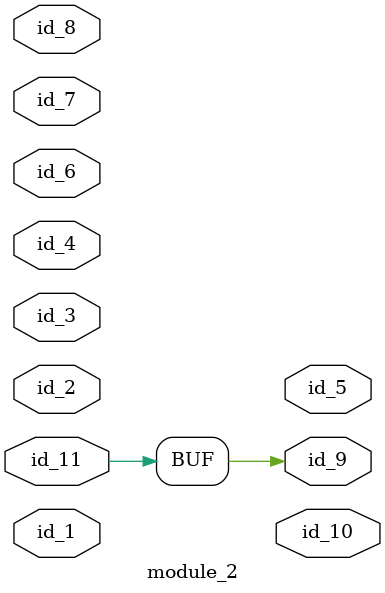
<source format=v>
module module_0;
  assign id_1 = id_1;
  module_2 modCall_1 (
      id_1,
      id_1,
      id_1,
      id_1,
      id_1,
      id_1,
      id_1,
      id_1,
      id_1,
      id_1,
      id_1
  );
  wire id_2;
endmodule
module module_1 ();
  module_0 modCall_1 ();
endmodule
module module_2 (
    id_1,
    id_2,
    id_3,
    id_4,
    id_5,
    id_6,
    id_7,
    id_8,
    id_9,
    id_10,
    id_11
);
  input wire id_11;
  output wire id_10;
  output wire id_9;
  inout wire id_8;
  inout wire id_7;
  input wire id_6;
  output wire id_5;
  input wire id_4;
  input wire id_3;
  input wire id_2;
  inout wire id_1;
  wire id_12;
  always id_9 = id_11;
endmodule

</source>
